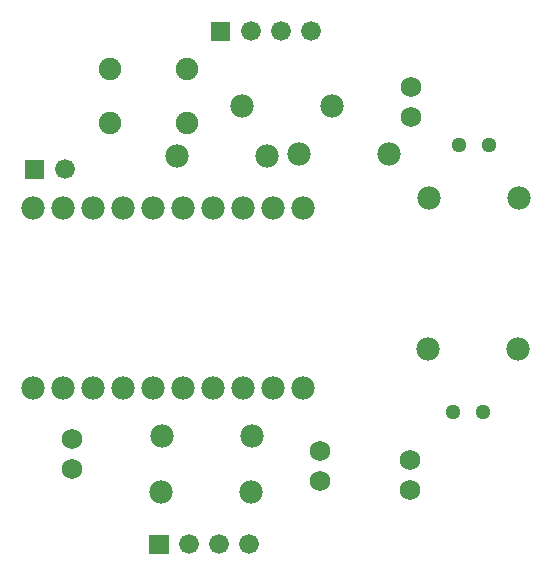
<source format=gbs>
G04 Layer: BottomSolderMaskLayer*
G04 EasyEDA v6.4.25, 2021-11-28T11:33:34--5:00*
G04 3e069f70b0c04cf4b9dc543adf14206e,103c4985fa89468a83afb685d03d8d7e,10*
G04 Gerber Generator version 0.2*
G04 Scale: 100 percent, Rotated: No, Reflected: No *
G04 Dimensions in millimeters *
G04 leading zeros omitted , absolute positions ,4 integer and 5 decimal *
%FSLAX45Y45*%
%MOMM*%

%ADD28C,1.9812*%
%ADD30C,1.6764*%
%ADD31C,1.2954*%
%ADD32C,1.7526*%
%ADD33C,1.9812*%
%ADD34C,1.9016*%

%LPD*%
D28*
G01*
X2133600Y3289300D03*
G01*
X2387600Y3289300D03*
G01*
X2641600Y3289300D03*
G01*
X2895600Y3289300D03*
G01*
X3149600Y3289300D03*
G01*
X3403600Y3289300D03*
G01*
X3657600Y3289300D03*
G01*
X3911600Y3289300D03*
G01*
X4165600Y3289300D03*
G01*
X4419600Y3289300D03*
G01*
X2133600Y1765300D03*
G01*
X2387600Y1765300D03*
G01*
X2641600Y1765300D03*
G01*
X2895600Y1765300D03*
G01*
X3149600Y1765300D03*
G01*
X3403600Y1765300D03*
G01*
X3657600Y1765300D03*
G01*
X3911600Y1765300D03*
G01*
X4165600Y1765300D03*
G01*
X4419600Y1765300D03*
G36*
X2062479Y3535679D02*
G01*
X2062479Y3703320D01*
X2230120Y3703320D01*
X2230120Y3535679D01*
G37*
D30*
G01*
X2400300Y3619500D03*
D31*
G01*
X5689600Y1562100D03*
G01*
X5943600Y1562100D03*
G01*
X5740400Y3822700D03*
G01*
X5994400Y3822700D03*
G36*
X3637279Y4704079D02*
G01*
X3637279Y4871720D01*
X3804920Y4871720D01*
X3804920Y4704079D01*
G37*
D30*
G01*
X3975100Y4787900D03*
G01*
X4229100Y4787900D03*
G01*
X4483100Y4787900D03*
G36*
X3116579Y360679D02*
G01*
X3116579Y528320D01*
X3284220Y528320D01*
X3284220Y360679D01*
G37*
G01*
X3454400Y444500D03*
G01*
X3708400Y444500D03*
G01*
X3962400Y444500D03*
D32*
G01*
X2463800Y1333500D03*
G01*
X2463800Y1079500D03*
G01*
X5321300Y1155700D03*
G01*
X5321300Y901700D03*
G01*
X4559300Y1231900D03*
G01*
X4559300Y977900D03*
G01*
X5334000Y4318000D03*
G01*
X5334000Y4064000D03*
D33*
G01*
X3225800Y1358900D03*
G01*
X3987800Y1358900D03*
G01*
X3213100Y889000D03*
G01*
X3975100Y889000D03*
G01*
X3352800Y3733800D03*
G01*
X4114800Y3733800D03*
G01*
X5473700Y2095500D03*
G01*
X6235700Y2095500D03*
G01*
X5486400Y3378200D03*
G01*
X6248400Y3378200D03*
G01*
X4381500Y3746500D03*
G01*
X5143500Y3746500D03*
G01*
X3898900Y4152900D03*
G01*
X4660900Y4152900D03*
D34*
G01*
X2786379Y4466844D03*
G01*
X2786379Y4016755D03*
G01*
X3436620Y4466844D03*
G01*
X3436620Y4016755D03*
M02*

</source>
